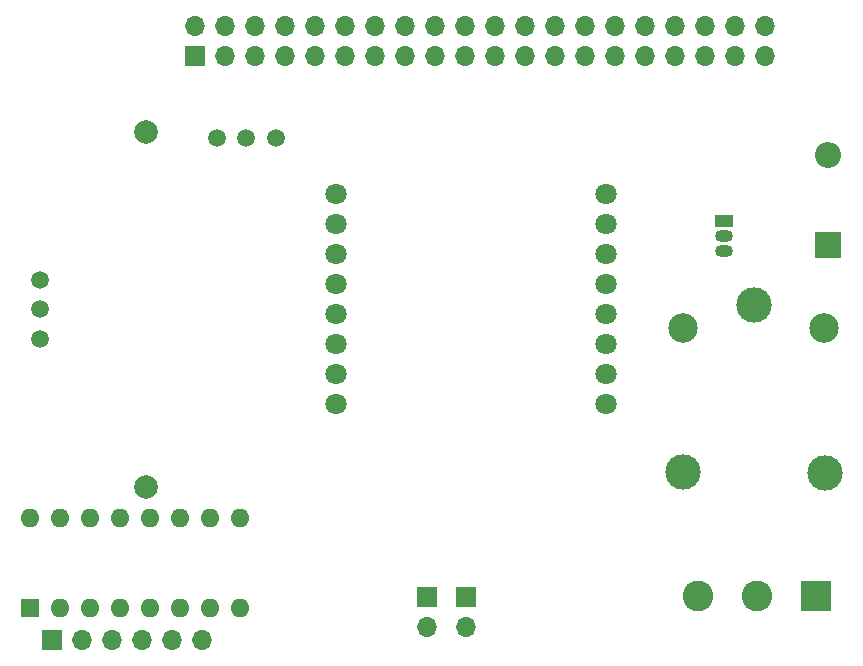
<source format=gbs>
G04 #@! TF.GenerationSoftware,KiCad,Pcbnew,(5.0.0-3-g5ebb6b6)*
G04 #@! TF.CreationDate,2018-10-04T16:31:17-06:00*
G04 #@! TF.ProjectId,Hallow,48616C6C6F772E6B696361645F706362,rev?*
G04 #@! TF.SameCoordinates,Original*
G04 #@! TF.FileFunction,Soldermask,Bot*
G04 #@! TF.FilePolarity,Negative*
%FSLAX46Y46*%
G04 Gerber Fmt 4.6, Leading zero omitted, Abs format (unit mm)*
G04 Created by KiCad (PCBNEW (5.0.0-3-g5ebb6b6)) date Thursday, October 04, 2018 at 04:31:17 PM*
%MOMM*%
%LPD*%
G01*
G04 APERTURE LIST*
%ADD10R,1.700000X1.700000*%
%ADD11O,1.700000X1.700000*%
%ADD12R,1.600000X1.600000*%
%ADD13O,1.600000X1.600000*%
%ADD14C,1.800000*%
%ADD15C,1.500000*%
%ADD16C,2.000000*%
%ADD17R,2.200000X2.200000*%
%ADD18O,2.200000X2.200000*%
%ADD19C,2.500000*%
%ADD20C,3.000000*%
%ADD21O,1.500000X1.050000*%
%ADD22R,1.500000X1.050000*%
%ADD23R,2.600000X2.600000*%
%ADD24C,2.600000*%
G04 APERTURE END LIST*
D10*
G04 #@! TO.C,J3*
X196240800Y-148222000D03*
D11*
X198780800Y-148222000D03*
X201320800Y-148222000D03*
X203860800Y-148222000D03*
X206400800Y-148222000D03*
X208940800Y-148222000D03*
G04 #@! TD*
D12*
G04 #@! TO.C,L293D*
X194361200Y-145478800D03*
D13*
X212141200Y-137858800D03*
X196901200Y-145478800D03*
X209601200Y-137858800D03*
X199441200Y-145478800D03*
X207061200Y-137858800D03*
X201981200Y-145478800D03*
X204521200Y-137858800D03*
X204521200Y-145478800D03*
X201981200Y-137858800D03*
X207061200Y-145478800D03*
X199441200Y-137858800D03*
X209601200Y-145478800D03*
X196901200Y-137858800D03*
X212141200Y-145478800D03*
X194361200Y-137858800D03*
G04 #@! TD*
D11*
G04 #@! TO.C,D3*
X227983745Y-147089771D03*
D10*
X227983745Y-144549771D03*
G04 #@! TD*
G04 #@! TO.C,D2*
X231242000Y-144615200D03*
D11*
X231242000Y-147155200D03*
G04 #@! TD*
D14*
G04 #@! TO.C,U1*
X220269200Y-110477600D03*
X220269200Y-113017600D03*
X220269200Y-115557600D03*
X220269200Y-118097600D03*
X220269200Y-120637600D03*
X220269200Y-123177600D03*
X220269200Y-125717600D03*
X220269200Y-128257600D03*
X243129200Y-128257600D03*
X243129200Y-125717600D03*
X243129200Y-123177600D03*
X243129200Y-120637600D03*
X243129200Y-118097600D03*
X243129200Y-115557600D03*
X243129200Y-113017600D03*
X243129200Y-110477600D03*
G04 #@! TD*
D15*
G04 #@! TO.C,J2*
X215181600Y-105731200D03*
X212681600Y-105731200D03*
X210181600Y-105731200D03*
X195181600Y-117731200D03*
X195181600Y-120231200D03*
X195181600Y-122731200D03*
D16*
X204181600Y-135231200D03*
X204181600Y-105231200D03*
G04 #@! TD*
D17*
G04 #@! TO.C,D1*
X261925200Y-114795600D03*
D18*
X261925200Y-107175600D03*
G04 #@! TD*
D19*
G04 #@! TO.C,K1*
X249626800Y-121825600D03*
D20*
X249626800Y-134025600D03*
X261676800Y-134075600D03*
D19*
X261626800Y-121825600D03*
D20*
X255676800Y-119875600D03*
G04 #@! TD*
D21*
G04 #@! TO.C,Q1*
X253136800Y-114033600D03*
X253136800Y-115303600D03*
D22*
X253136800Y-112763600D03*
G04 #@! TD*
D23*
G04 #@! TO.C,J1*
X260909200Y-144513600D03*
D24*
X255909200Y-144513600D03*
X250909200Y-144513600D03*
G04 #@! TD*
D10*
G04 #@! TO.C,P1*
X208370000Y-98770000D03*
D11*
X208370000Y-96230000D03*
X210910000Y-98770000D03*
X210910000Y-96230000D03*
X213450000Y-98770000D03*
X213450000Y-96230000D03*
X215990000Y-98770000D03*
X215990000Y-96230000D03*
X218530000Y-98770000D03*
X218530000Y-96230000D03*
X221070000Y-98770000D03*
X221070000Y-96230000D03*
X223610000Y-98770000D03*
X223610000Y-96230000D03*
X226150000Y-98770000D03*
X226150000Y-96230000D03*
X228690000Y-98770000D03*
X228690000Y-96230000D03*
X231230000Y-98770000D03*
X231230000Y-96230000D03*
X233770000Y-98770000D03*
X233770000Y-96230000D03*
X236310000Y-98770000D03*
X236310000Y-96230000D03*
X238850000Y-98770000D03*
X238850000Y-96230000D03*
X241390000Y-98770000D03*
X241390000Y-96230000D03*
X243930000Y-98770000D03*
X243930000Y-96230000D03*
X246470000Y-98770000D03*
X246470000Y-96230000D03*
X249010000Y-98770000D03*
X249010000Y-96230000D03*
X251550000Y-98770000D03*
X251550000Y-96230000D03*
X254090000Y-98770000D03*
X254090000Y-96230000D03*
X256630000Y-98770000D03*
X256630000Y-96230000D03*
G04 #@! TD*
M02*

</source>
